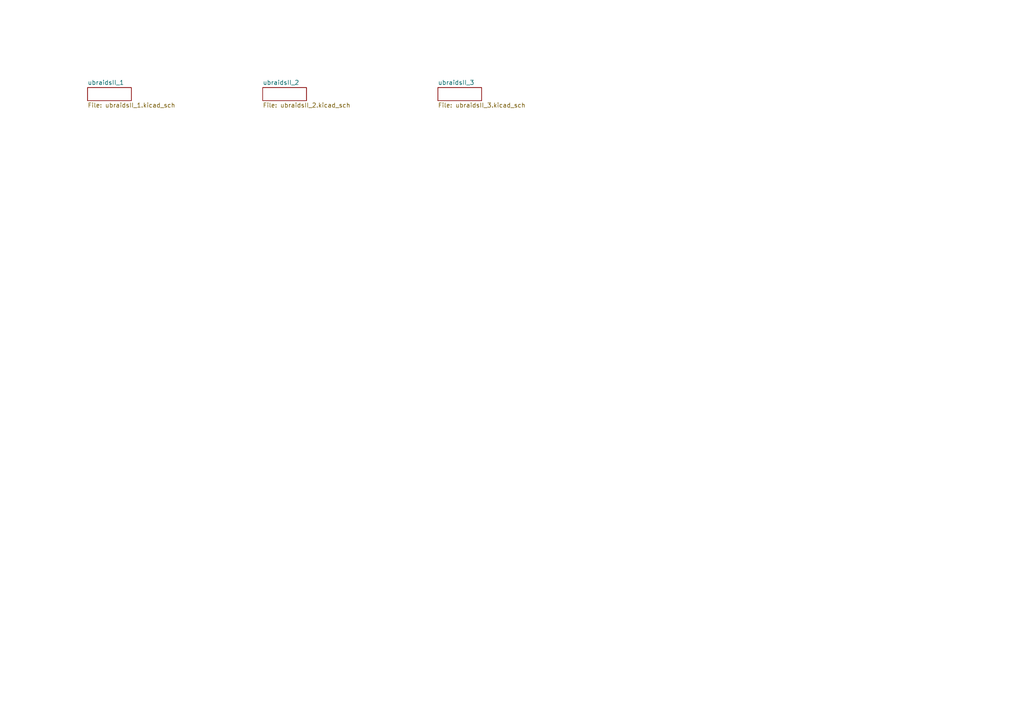
<source format=kicad_sch>
(kicad_sch
	(version 20231120)
	(generator "eeschema")
	(generator_version "8.0")
	(uuid "726a3d5c-75f6-451d-8545-68f7eac7a9b8")
	(paper "A4")
	(lib_symbols)
	(sheet
		(at 25.4 25.4)
		(size 12.7 3.81)
		(fields_autoplaced yes)
		(stroke
			(width 0)
			(type solid)
		)
		(fill
			(color 0 0 0 0.0000)
		)
		(uuid "0e03c874-45c9-4ca3-bb17-62bb1408ae2c")
		(property "Sheetname" "ubraidsII_1"
			(at 25.4 24.6884 0)
			(effects
				(font
					(size 1.27 1.27)
				)
				(justify left bottom)
			)
		)
		(property "Sheetfile" "ubraidsII_1.kicad_sch"
			(at 25.4 29.7946 0)
			(effects
				(font
					(size 1.27 1.27)
				)
				(justify left top)
			)
		)
		(instances
			(project "ubraidsII"
				(path "/726a3d5c-75f6-451d-8545-68f7eac7a9b8"
					(page "1")
				)
			)
		)
	)
	(sheet
		(at 76.2 25.4)
		(size 12.7 3.81)
		(fields_autoplaced yes)
		(stroke
			(width 0)
			(type solid)
		)
		(fill
			(color 0 0 0 0.0000)
		)
		(uuid "262992fc-e605-4462-995a-b703a69e8be4")
		(property "Sheetname" "ubraidsII_2"
			(at 76.2 24.6884 0)
			(effects
				(font
					(size 1.27 1.27)
				)
				(justify left bottom)
			)
		)
		(property "Sheetfile" "ubraidsII_2.kicad_sch"
			(at 76.2 29.7946 0)
			(effects
				(font
					(size 1.27 1.27)
				)
				(justify left top)
			)
		)
		(instances
			(project "ubraidsII"
				(path "/726a3d5c-75f6-451d-8545-68f7eac7a9b8"
					(page "2")
				)
			)
		)
	)
	(sheet
		(at 127 25.4)
		(size 12.7 3.81)
		(fields_autoplaced yes)
		(stroke
			(width 0)
			(type solid)
		)
		(fill
			(color 0 0 0 0.0000)
		)
		(uuid "7198d8f5-1180-4e36-9539-7ea60ced402e")
		(property "Sheetname" "ubraidsII_3"
			(at 127 24.6884 0)
			(effects
				(font
					(size 1.27 1.27)
				)
				(justify left bottom)
			)
		)
		(property "Sheetfile" "ubraidsII_3.kicad_sch"
			(at 127 29.7946 0)
			(effects
				(font
					(size 1.27 1.27)
				)
				(justify left top)
			)
		)
		(instances
			(project "ubraidsII"
				(path "/726a3d5c-75f6-451d-8545-68f7eac7a9b8"
					(page "3")
				)
			)
		)
	)
	(sheet_instances
		(path "/"
			(page "1")
		)
	)
)

</source>
